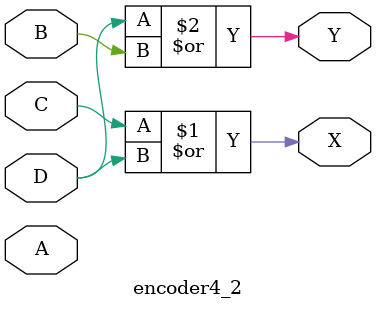
<source format=v>
module encoder4_2(A,B,C,D,X,Y);
input A,B,C,D;
output X,Y;
or o1(X,C,D);
or o2(Y,D,B);
endmodule

</source>
